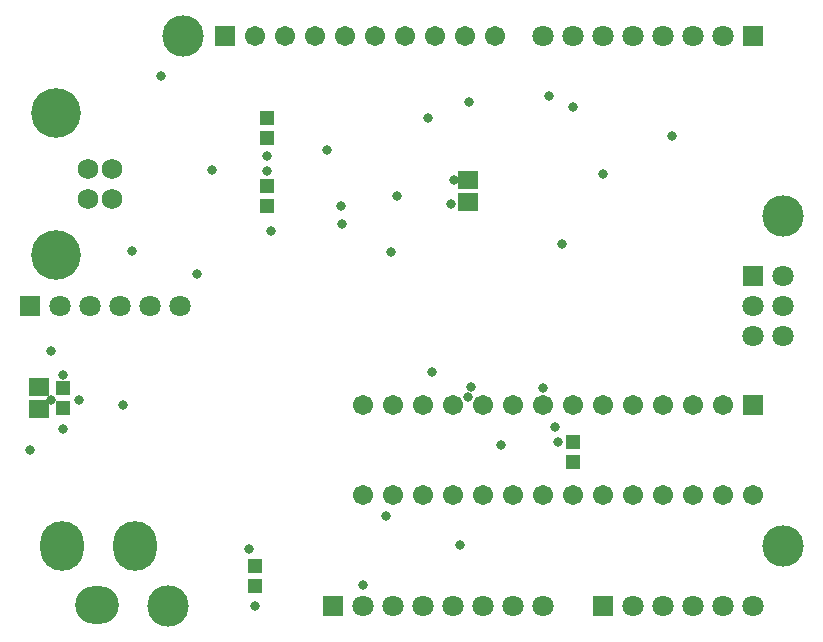
<source format=gbs>
G04*
G04 #@! TF.GenerationSoftware,Altium Limited,Altium Designer,18.1.9 (240)*
G04*
G04 Layer_Color=16711935*
%FSLAX24Y24*%
%MOIN*%
G70*
G01*
G75*
%ADD33R,0.0474X0.0513*%
%ADD49C,0.1379*%
%ADD50C,0.0710*%
%ADD51R,0.0710X0.0710*%
%ADD52C,0.0680*%
%ADD53C,0.1655*%
%ADD54C,0.0671*%
%ADD55R,0.0671X0.0671*%
%ADD56R,0.0710X0.0710*%
%ADD57R,0.0671X0.0671*%
%ADD58O,0.1458X0.1261*%
%ADD59O,0.1458X0.1655*%
%ADD60C,0.0320*%
%ADD76R,0.0671X0.0592*%
D33*
X8800Y14331D02*
D03*
Y15000D02*
D03*
Y16600D02*
D03*
Y17269D02*
D03*
X2000Y8269D02*
D03*
Y7600D02*
D03*
X8400Y1665D02*
D03*
Y2335D02*
D03*
X19000Y5800D02*
D03*
Y6469D02*
D03*
D49*
X6000Y20000D02*
D03*
X26000Y14000D02*
D03*
Y3000D02*
D03*
X5500Y1000D02*
D03*
D50*
X18000D02*
D03*
X17000D02*
D03*
X16000D02*
D03*
X15000D02*
D03*
X14000D02*
D03*
X13000D02*
D03*
X12000D02*
D03*
X5900Y11000D02*
D03*
X4900D02*
D03*
X3900D02*
D03*
X2900D02*
D03*
X1900D02*
D03*
X25000Y1000D02*
D03*
X24000D02*
D03*
X23000D02*
D03*
X22000D02*
D03*
X21000D02*
D03*
X26000Y12000D02*
D03*
X25000Y11000D02*
D03*
X26000D02*
D03*
X25000Y10000D02*
D03*
X26000D02*
D03*
X18000Y20000D02*
D03*
X19000D02*
D03*
X20000D02*
D03*
X21000D02*
D03*
X22000D02*
D03*
X23000D02*
D03*
X24000D02*
D03*
D51*
X11000Y1000D02*
D03*
X900Y11000D02*
D03*
X20000Y1000D02*
D03*
X25000Y20000D02*
D03*
D52*
X3614Y14578D02*
D03*
Y15562D02*
D03*
X2827Y14578D02*
D03*
Y15562D02*
D03*
X1760Y17440D02*
D03*
D53*
Y12700D02*
D03*
Y17440D02*
D03*
D54*
X12000Y4700D02*
D03*
X13000D02*
D03*
X14000D02*
D03*
X15000D02*
D03*
X16000D02*
D03*
X17000D02*
D03*
X18000D02*
D03*
X19000D02*
D03*
X20000D02*
D03*
X21000D02*
D03*
X22000D02*
D03*
X23000D02*
D03*
X24000D02*
D03*
X25000D02*
D03*
X12000Y7700D02*
D03*
X13000D02*
D03*
X14000D02*
D03*
X15000D02*
D03*
X16000D02*
D03*
X17000D02*
D03*
X18000D02*
D03*
X19000D02*
D03*
X20000D02*
D03*
X21000D02*
D03*
X22000D02*
D03*
X23000D02*
D03*
X24000D02*
D03*
X9400Y20007D02*
D03*
X16400D02*
D03*
X15400D02*
D03*
X14400D02*
D03*
X13400D02*
D03*
X12400D02*
D03*
X11400D02*
D03*
X10400D02*
D03*
X8400D02*
D03*
D55*
X25000Y7700D02*
D03*
D56*
Y12000D02*
D03*
D57*
X7400Y20007D02*
D03*
D58*
X3134Y1031D02*
D03*
D59*
X1953Y3000D02*
D03*
X4394D02*
D03*
D60*
X1604Y7872D02*
D03*
X1600Y9500D02*
D03*
X4000Y7700D02*
D03*
X2000Y8700D02*
D03*
X6970Y15525D02*
D03*
X8923Y13512D02*
D03*
X20000Y15409D02*
D03*
X12910Y12814D02*
D03*
X15500Y7964D02*
D03*
X16590Y6374D02*
D03*
X13118Y14672D02*
D03*
X14150Y17256D02*
D03*
X15510Y17804D02*
D03*
X6460Y12054D02*
D03*
X19000Y17625D02*
D03*
X15220Y3024D02*
D03*
X12750Y3994D02*
D03*
X18000Y8284D02*
D03*
X18400Y6964D02*
D03*
X18620Y13054D02*
D03*
X18500Y6469D02*
D03*
X2510Y7854D02*
D03*
X10800Y16194D02*
D03*
X11244Y14331D02*
D03*
X11280Y13734D02*
D03*
X18190Y17994D02*
D03*
X14920Y14416D02*
D03*
X4290Y12844D02*
D03*
X5250Y18654D02*
D03*
X15010Y15200D02*
D03*
X22300Y16664D02*
D03*
X8800Y16000D02*
D03*
Y15500D02*
D03*
X14300Y8800D02*
D03*
X15600Y8300D02*
D03*
X900Y6200D02*
D03*
X12000Y1700D02*
D03*
X2000Y6900D02*
D03*
X8200Y2900D02*
D03*
X8400Y1000D02*
D03*
D76*
X1200Y7552D02*
D03*
Y8300D02*
D03*
X15500Y14452D02*
D03*
Y15200D02*
D03*
M02*

</source>
